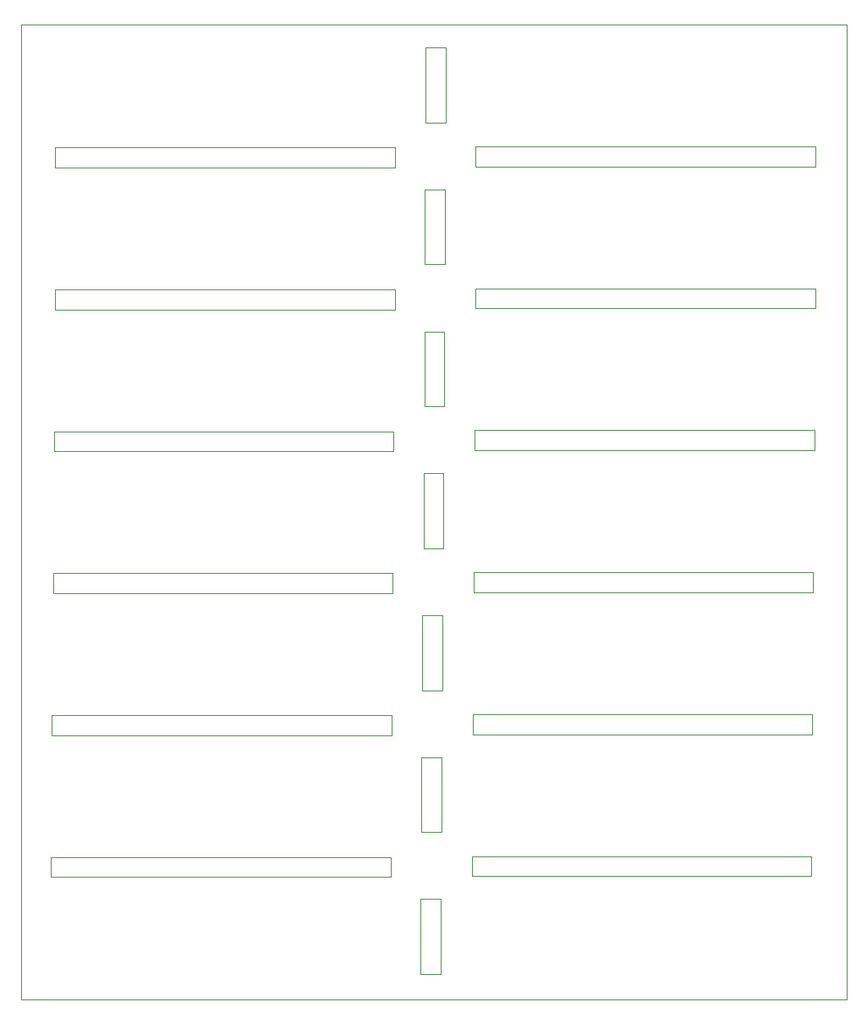
<source format=gbr>
%TF.GenerationSoftware,KiCad,Pcbnew,9.0.6*%
%TF.CreationDate,2025-12-18T22:22:39+05:30*%
%TF.ProjectId,Attiny85_USB_panel,41747469-6e79-4383-955f-5553425f7061,rev?*%
%TF.SameCoordinates,Original*%
%TF.FileFunction,Profile,NP*%
%FSLAX46Y46*%
G04 Gerber Fmt 4.6, Leading zero omitted, Abs format (unit mm)*
G04 Created by KiCad (PCBNEW 9.0.6) date 2025-12-18 22:22:39*
%MOMM*%
%LPD*%
G01*
G04 APERTURE LIST*
%TA.AperFunction,Profile*%
%ADD10C,0.050000*%
%TD*%
%TA.AperFunction,Profile*%
%ADD11C,0.100000*%
%TD*%
G04 APERTURE END LIST*
D10*
X92700000Y-144800000D02*
X94700000Y-144800000D01*
X94700000Y-152300000D01*
X92700000Y-152300000D01*
X92700000Y-144800000D01*
X55718000Y-140604000D02*
X89718000Y-140604000D01*
X89718000Y-142604000D01*
X55718000Y-142604000D01*
X55718000Y-140604000D01*
D11*
X52718000Y-57304000D02*
X135318000Y-57304000D01*
X135318000Y-154804000D01*
X52718000Y-154804000D01*
X52718000Y-57304000D01*
D10*
X92882000Y-116396000D02*
X94882000Y-116396000D01*
X94882000Y-123896000D01*
X92882000Y-123896000D01*
X92882000Y-116396000D01*
X55900000Y-112200000D02*
X89900000Y-112200000D01*
X89900000Y-114200000D01*
X55900000Y-114200000D01*
X55900000Y-112200000D01*
X98000000Y-112100000D02*
X132000000Y-112100000D01*
X132000000Y-114100000D01*
X98000000Y-114100000D01*
X98000000Y-112100000D01*
X92782000Y-130596000D02*
X94782000Y-130596000D01*
X94782000Y-138096000D01*
X92782000Y-138096000D01*
X92782000Y-130596000D01*
X55800000Y-126400000D02*
X89800000Y-126400000D01*
X89800000Y-128400000D01*
X55800000Y-128400000D01*
X55800000Y-126400000D01*
X97900000Y-126300000D02*
X131900000Y-126300000D01*
X131900000Y-128300000D01*
X97900000Y-128300000D01*
X97900000Y-126300000D01*
X93082000Y-87996000D02*
X95082000Y-87996000D01*
X95082000Y-95496000D01*
X93082000Y-95496000D01*
X93082000Y-87996000D01*
X56100000Y-83800000D02*
X90100000Y-83800000D01*
X90100000Y-85800000D01*
X56100000Y-85800000D01*
X56100000Y-83800000D01*
X98200000Y-83700000D02*
X132200000Y-83700000D01*
X132200000Y-85700000D01*
X98200000Y-85700000D01*
X98200000Y-83700000D01*
X92982000Y-102196000D02*
X94982000Y-102196000D01*
X94982000Y-109696000D01*
X92982000Y-109696000D01*
X92982000Y-102196000D01*
X56000000Y-98000000D02*
X90000000Y-98000000D01*
X90000000Y-100000000D01*
X56000000Y-100000000D01*
X56000000Y-98000000D01*
X98100000Y-97900000D02*
X132100000Y-97900000D01*
X132100000Y-99900000D01*
X98100000Y-99900000D01*
X98100000Y-97900000D01*
X93100000Y-73800000D02*
X95100000Y-73800000D01*
X95100000Y-81300000D01*
X93100000Y-81300000D01*
X93100000Y-73800000D01*
X56118000Y-69604000D02*
X90118000Y-69604000D01*
X90118000Y-71604000D01*
X56118000Y-71604000D01*
X56118000Y-69604000D01*
X98218000Y-69504000D02*
X132218000Y-69504000D01*
X132218000Y-71504000D01*
X98218000Y-71504000D01*
X98218000Y-69504000D01*
X93200000Y-59600000D02*
X95200000Y-59600000D01*
X95200000Y-67100000D01*
X93200000Y-67100000D01*
X93200000Y-59600000D01*
X97818000Y-140504000D02*
X131818000Y-140504000D01*
X131818000Y-142504000D01*
X97818000Y-142504000D01*
X97818000Y-140504000D01*
M02*

</source>
